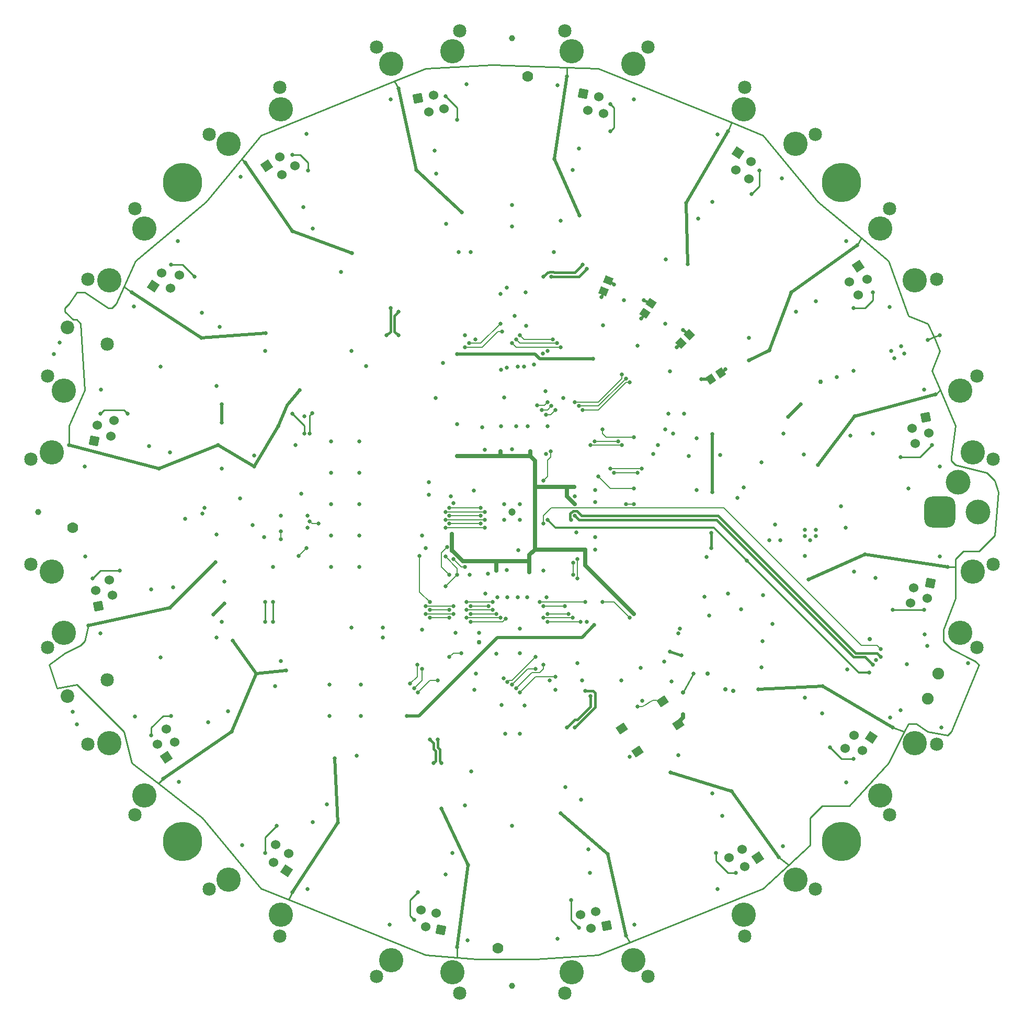
<source format=gbl>
G04 Layer_Physical_Order=4*
G04 Layer_Color=16711680*
%FSLAX25Y25*%
%MOIN*%
G70*
G01*
G75*
%ADD10C,0.01000*%
G04:AMPARAMS|DCode=22|XSize=53.15mil|YSize=47.24mil|CornerRadius=0mil|HoleSize=0mil|Usage=FLASHONLY|Rotation=146.250|XOffset=0mil|YOffset=0mil|HoleType=Round|Shape=Rectangle|*
%AMROTATEDRECTD22*
4,1,4,0.03522,0.00488,0.00897,-0.03441,-0.03522,-0.00488,-0.00897,0.03441,0.03522,0.00488,0.0*
%
%ADD22ROTATEDRECTD22*%

G04:AMPARAMS|DCode=59|XSize=53.15mil|YSize=47.24mil|CornerRadius=0mil|HoleSize=0mil|Usage=FLASHONLY|Rotation=123.750|XOffset=0mil|YOffset=0mil|HoleType=Round|Shape=Rectangle|*
%AMROTATEDRECTD59*
4,1,4,0.03441,-0.00897,-0.00488,-0.03522,-0.03441,0.00897,0.00488,0.03522,0.03441,-0.00897,0.0*
%
%ADD59ROTATEDRECTD59*%

G04:AMPARAMS|DCode=65|XSize=53.15mil|YSize=47.24mil|CornerRadius=0mil|HoleSize=0mil|Usage=FLASHONLY|Rotation=135.000|XOffset=0mil|YOffset=0mil|HoleType=Round|Shape=Rectangle|*
%AMROTATEDRECTD65*
4,1,4,0.03550,-0.00209,0.00209,-0.03550,-0.03550,0.00209,-0.00209,0.03550,0.03550,-0.00209,0.0*
%
%ADD65ROTATEDRECTD65*%

G04:AMPARAMS|DCode=66|XSize=53.15mil|YSize=47.24mil|CornerRadius=0mil|HoleSize=0mil|Usage=FLASHONLY|Rotation=157.500|XOffset=0mil|YOffset=0mil|HoleType=Round|Shape=Rectangle|*
%AMROTATEDRECTD66*
4,1,4,0.03359,0.01165,0.01551,-0.03199,-0.03359,-0.01165,-0.01551,0.03199,0.03359,0.01165,0.0*
%
%ADD66ROTATEDRECTD66*%

G04:AMPARAMS|DCode=69|XSize=39.37mil|YSize=39.37mil|CornerRadius=19.69mil|HoleSize=0mil|Usage=FLASHONLY|Rotation=270.000|XOffset=0mil|YOffset=0mil|HoleType=Round|Shape=RoundedRectangle|*
%AMROUNDEDRECTD69*
21,1,0.03937,0.00000,0,0,270.0*
21,1,0.00000,0.03937,0,0,270.0*
1,1,0.03937,0.00000,0.00000*
1,1,0.03937,0.00000,0.00000*
1,1,0.03937,0.00000,0.00000*
1,1,0.03937,0.00000,0.00000*
%
%ADD69ROUNDEDRECTD69*%
G04:AMPARAMS|DCode=79|XSize=51.18mil|YSize=61.02mil|CornerRadius=0mil|HoleSize=0mil|Usage=FLASHONLY|Rotation=123.750|XOffset=0mil|YOffset=0mil|HoleType=Round|Shape=Rectangle|*
%AMROTATEDRECTD79*
4,1,4,0.03959,-0.00433,-0.01115,-0.03823,-0.03959,0.00433,0.01115,0.03823,0.03959,-0.00433,0.0*
%
%ADD79ROTATEDRECTD79*%

%ADD99C,0.02500*%
%ADD100C,0.01500*%
%ADD102C,0.00800*%
%ADD104C,0.02000*%
%ADD106C,0.01200*%
%ADD110C,0.07500*%
%ADD111C,0.08500*%
%ADD112P,0.08485X4X146.3*%
%ADD113C,0.06000*%
%ADD114C,0.15500*%
%ADD115P,0.08485X4X168.8*%
%ADD116P,0.08485X4X191.3*%
%ADD117P,0.08485X4X213.8*%
%ADD118P,0.08485X4X236.3*%
%ADD119P,0.08485X4X258.8*%
%ADD120P,0.08485X4X281.3*%
%ADD121P,0.08485X4X303.8*%
%ADD122C,0.15748*%
G04:AMPARAMS|DCode=123|XSize=196.85mil|YSize=196.85mil|CornerRadius=49.21mil|HoleSize=0mil|Usage=FLASHONLY|Rotation=90.000|XOffset=0mil|YOffset=0mil|HoleType=Round|Shape=RoundedRectangle|*
%AMROUNDEDRECTD123*
21,1,0.19685,0.09843,0,0,90.0*
21,1,0.09843,0.19685,0,0,90.0*
1,1,0.09843,0.04921,0.04921*
1,1,0.09843,0.04921,-0.04921*
1,1,0.09843,-0.04921,-0.04921*
1,1,0.09843,-0.04921,0.04921*
%
%ADD123ROUNDEDRECTD123*%
G04:AMPARAMS|DCode=124|XSize=250mil|YSize=250mil|CornerRadius=125mil|HoleSize=0mil|Usage=FLASHONLY|Rotation=78.750|XOffset=0mil|YOffset=0mil|HoleType=Round|Shape=RoundedRectangle|*
%AMROUNDEDRECTD124*
21,1,0.25000,0.00000,0,0,78.8*
21,1,0.00000,0.25000,0,0,78.8*
1,1,0.25000,0.00000,0.00000*
1,1,0.25000,0.00000,0.00000*
1,1,0.25000,0.00000,0.00000*
1,1,0.25000,0.00000,0.00000*
%
%ADD124ROUNDEDRECTD124*%
G04:AMPARAMS|DCode=125|XSize=250mil|YSize=250mil|CornerRadius=125mil|HoleSize=0mil|Usage=FLASHONLY|Rotation=11.250|XOffset=0mil|YOffset=0mil|HoleType=Round|Shape=RoundedRectangle|*
%AMROUNDEDRECTD125*
21,1,0.25000,0.00000,0,0,11.3*
21,1,0.00000,0.25000,0,0,11.3*
1,1,0.25000,0.00000,0.00000*
1,1,0.25000,0.00000,0.00000*
1,1,0.25000,0.00000,0.00000*
1,1,0.25000,0.00000,0.00000*
%
%ADD125ROUNDEDRECTD125*%
G04:AMPARAMS|DCode=126|XSize=85mil|YSize=85mil|CornerRadius=42.5mil|HoleSize=0mil|Usage=FLASHONLY|Rotation=22.500|XOffset=0mil|YOffset=0mil|HoleType=Round|Shape=RoundedRectangle|*
%AMROUNDEDRECTD126*
21,1,0.08500,0.00000,0,0,22.5*
21,1,0.00000,0.08500,0,0,22.5*
1,1,0.08500,0.00000,0.00000*
1,1,0.08500,0.00000,0.00000*
1,1,0.08500,0.00000,0.00000*
1,1,0.08500,0.00000,0.00000*
%
%ADD126ROUNDEDRECTD126*%
G04:AMPARAMS|DCode=127|XSize=86.61mil|YSize=86.61mil|CornerRadius=43.31mil|HoleSize=0mil|Usage=FLASHONLY|Rotation=22.500|XOffset=0mil|YOffset=0mil|HoleType=Round|Shape=RoundedRectangle|*
%AMROUNDEDRECTD127*
21,1,0.08661,0.00000,0,0,22.5*
21,1,0.00000,0.08661,0,0,22.5*
1,1,0.08661,0.00000,0.00000*
1,1,0.08661,0.00000,0.00000*
1,1,0.08661,0.00000,0.00000*
1,1,0.08661,0.00000,0.00000*
%
%ADD127ROUNDEDRECTD127*%
G04:AMPARAMS|DCode=128|XSize=85mil|YSize=85mil|CornerRadius=42.5mil|HoleSize=0mil|Usage=FLASHONLY|Rotation=337.500|XOffset=0mil|YOffset=0mil|HoleType=Round|Shape=RoundedRectangle|*
%AMROUNDEDRECTD128*
21,1,0.08500,0.00000,0,0,337.5*
21,1,0.00000,0.08500,0,0,337.5*
1,1,0.08500,0.00000,0.00000*
1,1,0.08500,0.00000,0.00000*
1,1,0.08500,0.00000,0.00000*
1,1,0.08500,0.00000,0.00000*
%
%ADD128ROUNDEDRECTD128*%
G04:AMPARAMS|DCode=129|XSize=86.61mil|YSize=86.61mil|CornerRadius=43.31mil|HoleSize=0mil|Usage=FLASHONLY|Rotation=337.500|XOffset=0mil|YOffset=0mil|HoleType=Round|Shape=RoundedRectangle|*
%AMROUNDEDRECTD129*
21,1,0.08661,0.00000,0,0,337.5*
21,1,0.00000,0.08661,0,0,337.5*
1,1,0.08661,0.00000,0.00000*
1,1,0.08661,0.00000,0.00000*
1,1,0.08661,0.00000,0.00000*
1,1,0.08661,0.00000,0.00000*
%
%ADD129ROUNDEDRECTD129*%
%ADD130C,0.02800*%
%ADD131C,0.02500*%
%ADD132C,0.03000*%
%ADD133C,0.07000*%
%ADD134C,0.04724*%
D10*
X109000Y-115000D02*
X115500Y-103000D01*
X269000Y111500D02*
X272500Y112500D01*
X-157500Y-70000D02*
Y-57500D01*
X-247500Y65000D02*
X-245000Y62500D01*
X-260000Y65000D02*
X-247500D01*
X-262500Y62500D02*
X-260000Y65000D01*
X-210000Y157500D02*
X-202500Y150000D01*
X-217500Y157500D02*
X-210000D01*
X-130000Y217500D02*
Y222500D01*
X-135000Y227500D02*
X-130000Y222500D01*
X-140000Y227500D02*
X-135000D01*
X-35000Y250000D02*
Y257500D01*
X-42500Y265000D02*
X-35000Y257500D01*
X62500Y242500D02*
X65000Y245000D01*
Y257500D01*
X62500Y260000D02*
X65000Y257500D01*
X152500Y202500D02*
X157500Y207500D01*
Y217500D01*
X217500Y130000D02*
X225000D01*
X230000Y135000D01*
Y140000D01*
X247500Y35000D02*
X260000D01*
X267500Y42500D01*
X-140000Y62500D02*
X-132500Y55000D01*
Y50000D02*
Y55000D01*
X-152500Y-70000D02*
Y-57500D01*
X-65000Y-247500D02*
X-60000Y-242500D01*
X-65000Y-257500D02*
Y-247500D01*
Y-257500D02*
X-62500Y-260000D01*
X-157500Y-207500D02*
X-150000Y-200000D01*
X-157500Y-217500D02*
Y-207500D01*
X-222500Y-130000D02*
X-217500D01*
X-230000Y-137500D02*
X-222500Y-130000D01*
X-230000Y-142500D02*
Y-137500D01*
X-262500Y-37500D02*
X-250000D01*
X-267500Y-42500D02*
X-262500Y-37500D01*
X37500Y-260000D02*
X42500Y-265000D01*
X37500Y-260000D02*
Y-247500D01*
X130000Y-222500D02*
Y-217500D01*
Y-222500D02*
X137500Y-230000D01*
X142500D01*
X202500Y-150000D02*
X210000Y-157500D01*
X217500D01*
X242500Y-62500D02*
X262500D01*
X-129000Y50000D02*
Y61500D01*
X-127500Y63000D01*
X265000Y109500D02*
X269000Y111500D01*
X265000Y120000D02*
X269000Y111500D01*
X272500Y102500D01*
X267500Y90000D02*
X272500Y102500D01*
X280000Y35000D02*
X282500Y55000D01*
X280000Y32500D02*
Y35000D01*
Y32500D02*
X282500Y30000D01*
X302500Y25000D01*
X307500Y20000D01*
X310000Y12500D01*
X307500Y-15000D02*
X310000Y12500D01*
X297500Y-25000D02*
X307500Y-15000D01*
X287500Y-25000D02*
X297500D01*
X282500Y-30000D02*
X287500Y-25000D01*
X275000Y-75000D02*
X282500Y-55000D01*
X275000Y-82500D02*
Y-75000D01*
Y-82500D02*
X280000Y-87500D01*
X295000Y-95000D01*
X297500Y-97500D01*
X280000Y-140000D02*
X297500Y-97500D01*
X277500Y-142500D02*
X280000Y-140000D01*
X265000D02*
X277500Y-142500D01*
X257500Y-135000D02*
X265000Y-140000D01*
X252500Y-135000D02*
X257500D01*
X215000Y-187500D02*
X240000Y-160000D01*
X197500Y-187500D02*
X215000D01*
X190000Y-195000D02*
X197500Y-187500D01*
X190000Y-212500D02*
Y-195000D01*
X15000Y-285000D02*
X55000Y-282500D01*
X-22500Y-285000D02*
X15000D01*
X-197500Y-195000D02*
X-160000Y-240000D01*
X-225538Y-173192D02*
X-197500Y-195000D01*
X-282500Y55000D02*
X-272500Y77500D01*
X-275000Y120000D02*
X-272500Y77500D01*
X-277500Y122500D02*
X-275000Y120000D01*
X-279898Y122602D02*
X-277500Y122500D01*
X-285000Y127500D02*
X-279898Y122602D01*
X-285000Y127500D02*
Y130000D01*
X-282500Y132500D01*
X-277500Y140000D01*
X-272500D01*
X-257500Y130000D01*
X-255000D01*
X-252500Y132500D01*
X-240000Y160000D02*
X-195000Y197500D01*
X-55000Y282500D02*
X-12500Y285000D01*
X160000Y240000D02*
X195000Y197500D01*
X240000Y160000D02*
X252500Y125000D01*
X265000Y120000D01*
X-282500Y42500D02*
Y55000D01*
X-242500Y-160000D02*
X-225538Y-173192D01*
X-247500Y-140000D02*
X-242500Y-160000D01*
X-277500Y-110000D02*
X-247500Y-140000D01*
X-290000Y-112500D02*
X-277500Y-110000D01*
X-295000Y-97500D02*
X-290000Y-112500D01*
X-295000Y-97500D02*
X-285000Y-90000D01*
X-275000Y-85000D01*
X-272500Y-82500D01*
X-270000Y-72500D01*
X-225538Y-173192D02*
X-222500Y-170000D01*
X-142500Y-247083D02*
X-140000Y-242500D01*
X-160000Y-240000D02*
X-142500Y-247083D01*
X-55000Y-282500D01*
X-35000Y-284038D02*
Y-277500D01*
X-55000Y-282500D02*
X-35000Y-284038D01*
X-22500Y-285000D01*
X72500Y-270000D02*
X75000Y-274405D01*
X55000Y-282500D02*
X75000Y-274405D01*
X160000Y-240000D01*
X170000Y-220000D02*
X176364Y-225000D01*
X160000Y-240000D02*
X176364Y-225000D01*
X190000Y-212500D01*
X242500Y-137500D02*
X250000Y-140000D01*
X240000Y-160000D02*
X250000Y-140000D01*
X252500Y-135000D01*
X277500Y-35000D02*
X282500D01*
Y-55000D02*
Y-35000D01*
Y-30000D01*
X270000Y75000D02*
X272857Y77500D01*
X282500Y55000D01*
X267500Y90000D02*
X272857Y77500D01*
X220000Y170000D02*
X222500Y174583D01*
X195000Y197500D02*
X222500Y174583D01*
X240000Y160000D01*
X137500Y242500D02*
X140000Y248095D01*
X55000Y282500D02*
X140000Y248095D01*
X160000Y240000D01*
X35000Y277500D02*
Y283241D01*
X-12500Y285000D02*
X35000Y283241D01*
X55000Y282500D01*
X-75000Y274405D02*
X-72500Y270000D01*
X-160000Y240000D02*
X-75000Y274405D01*
X-55000Y282500D01*
X-172412Y224928D02*
X-170000Y222500D01*
X-195000Y197500D02*
X-172412Y224928D01*
X-160000Y240000D01*
X-247500Y143500D02*
X-242500Y140000D01*
X-252500Y132500D02*
X-247500Y143500D01*
X-240000Y160000D01*
D22*
X84534Y126514D02*
D03*
X88690Y132734D02*
D03*
D59*
X126514Y84534D02*
D03*
X132734Y88690D02*
D03*
D65*
X107591Y107591D02*
D03*
X112881Y112881D02*
D03*
D66*
X58228Y140575D02*
D03*
X61091Y147486D02*
D03*
D69*
X0Y302000D02*
D03*
X-302000Y0D02*
D03*
X0Y-302000D02*
D03*
D79*
X69902Y-138136D02*
D03*
X95927Y-120747D02*
D03*
X79745Y-152867D02*
D03*
X105770Y-135478D02*
D03*
D99*
X109000Y-131000D02*
Y-129000D01*
X105770Y-134230D02*
X109000Y-131000D01*
X105770Y-135478D02*
Y-134230D01*
Y-135478D02*
X107221Y-133000D01*
X-38500Y-14000D02*
X-38300Y-14200D01*
Y-24750D02*
Y-14200D01*
X-38250Y-24750D02*
X-38225D01*
X-31475Y-31500D01*
X-10000D02*
X11000D01*
X-10000Y-37500D02*
Y-31500D01*
X-31475D02*
X-10000D01*
X0Y35500D02*
X11500D01*
X-7500D02*
X0D01*
X-35000D02*
X-7500D01*
Y38500D01*
X11500Y35500D02*
Y38500D01*
Y35500D02*
X14500Y32500D01*
Y16000D02*
Y32500D01*
Y-24000D02*
Y16000D01*
X11000Y-31500D02*
Y-27500D01*
Y-38500D02*
Y-31500D01*
Y-27500D02*
X14500Y-24000D01*
X36000D01*
X46500D01*
Y-34000D02*
Y-24000D01*
Y-34000D02*
X77500Y-65000D01*
X35000Y10000D02*
Y16000D01*
Y10000D02*
X40000Y5000D01*
X14500Y16000D02*
X35000D01*
X39500D01*
D100*
X57000Y137000D02*
X58228Y140575D01*
X61091Y147486D02*
X65000Y145000D01*
X82361Y123361D02*
X84534Y126514D01*
X84000Y135000D02*
X88690Y132734D01*
X105000Y105000D02*
X107591Y107591D01*
X109000Y116000D02*
X112881Y112881D01*
X132734Y88690D02*
X136000Y91000D01*
X127000Y-23000D02*
Y-13500D01*
X100500Y-89000D02*
X108000Y-91500D01*
X-52500Y-145000D02*
X-50000Y-147500D01*
X-47500Y-150215D02*
Y-145000D01*
Y-150215D02*
X-46250Y-151464D01*
X-50000Y-151250D02*
Y-147500D01*
Y-151250D02*
X-48750Y-152500D01*
Y-158750D02*
Y-152500D01*
X-50000Y-160000D02*
X-48750Y-158750D01*
X-46250D02*
Y-151464D01*
Y-158750D02*
X-45000Y-160000D01*
X217715Y-92500D02*
X225000D01*
X230000Y-97500D01*
X130215Y-5000D02*
X217715Y-92500D01*
X232500Y-90000D02*
X235000Y-92500D01*
X218750Y-90000D02*
X232500D01*
X131250Y-2500D02*
X218750Y-90000D01*
X40000Y-2500D02*
X42500Y-5000D01*
X37000Y-4500D02*
X37500Y-5000D01*
X37000Y-4500D02*
Y-1257D01*
X41243Y500D02*
X44243Y-2500D01*
X131250D01*
X37000Y-1257D02*
X38757Y500D01*
X41243D01*
X42500Y-5000D02*
X130215D01*
X-75000Y115000D02*
X-72500Y112500D01*
X-75000Y115000D02*
Y125000D01*
X-80000Y112500D02*
X-77500Y115000D01*
Y130000D01*
X-75000Y125000D02*
X-72500Y127500D01*
X42500Y150000D02*
X47500Y155000D01*
X25000Y150000D02*
X42500D01*
X20000D02*
X22500Y152500D01*
X40000D02*
X45000Y157500D01*
X22500Y152500D02*
X23257D01*
X23757Y153000D01*
X26243D01*
X26743Y152500D01*
X40000D01*
X46464Y-113964D02*
X51464D01*
X53000Y-115500D01*
X50000Y-123965D02*
Y-117500D01*
X41464Y-132500D02*
X50000Y-123965D01*
X40000Y-132500D02*
X41464D01*
X35000Y-137500D02*
X40000Y-132500D01*
Y-137500D02*
X53000Y-124500D01*
Y-115500D01*
D102*
X-55000Y-60000D02*
X-37500D01*
X20000D02*
X33500D01*
X-52500Y-67500D02*
X-40000D01*
X20000D02*
X38500D01*
X22500Y-65000D02*
X36000D01*
X-52500Y-62500D02*
X-40000D01*
X-55000Y-65000D02*
X-37500D01*
X80000Y-124000D02*
X83000D01*
X85000Y-123000D01*
X88000Y-121000D01*
X90000Y-120000D01*
X91000D01*
X95927Y-120747D01*
X-42500Y-47500D02*
X-35000Y-40000D01*
X-45000Y-35000D02*
Y-26000D01*
Y-35000D02*
X-40000Y-40000D01*
X-52500Y-107500D02*
X-47500D01*
X-60000Y-115000D02*
X-52500Y-107500D01*
X-65000Y-109500D02*
X-60500Y-105000D01*
Y-97500D01*
X-59000Y-51000D02*
X-52500Y-57500D01*
X-59000Y-51000D02*
Y-28000D01*
X-45000Y-26000D02*
X-41500Y-22500D01*
X-62500Y-112500D02*
X-57500Y-107500D01*
Y-100000D01*
X-37500Y-90000D02*
X-32500D01*
X-40000Y-92500D02*
X-37500Y-90000D01*
X57500Y-57500D02*
X65000D01*
X-6000Y-70000D02*
X-4000Y-68000D01*
X-26500Y-70000D02*
X-6000D01*
X22500D02*
X43500D01*
X17500Y-57500D02*
X46500D01*
X-26500Y-60000D02*
X-14976D01*
X-26500Y-65000D02*
X-10000D01*
X-29000Y-67500D02*
X-7500D01*
X-29000Y-62500D02*
X-12500D01*
X-29000Y-57500D02*
X-12500D01*
X-35000Y-40000D02*
Y-36000D01*
X-42500Y-28500D02*
X-35000Y-36000D01*
X-37500Y-30000D02*
X-32500Y-35000D01*
X7500Y110000D02*
X26000D01*
X5000Y107500D02*
X28500D01*
X2500Y105000D02*
X31000D01*
X-3083Y-108417D02*
Y-108083D01*
X-2500Y-107500D01*
X0D02*
X15000Y-92500D01*
X-2500Y-107500D02*
X0D01*
Y-110000D02*
X10000Y-100000D01*
X-9000Y115000D02*
X-6500D01*
X-19000Y105000D02*
X-9000Y115000D01*
X-30000Y105000D02*
X-19000D01*
X41500Y-42500D02*
Y-30000D01*
X39000Y-40000D02*
Y-32500D01*
X72500Y5000D02*
X77500D01*
X65000Y25000D02*
X80000D01*
X62500Y27500D02*
X82500D01*
X232500Y-85000D02*
X235000Y-87500D01*
X222500Y-85000D02*
X232500D01*
X135000Y2500D02*
X222500Y-85000D01*
X-27500Y107500D02*
X-20000D01*
X-7500Y120000D01*
X5000Y112500D02*
X7500Y110000D01*
X2500D02*
X5000Y107500D01*
X0D02*
X2500Y105000D01*
Y-112500D02*
X12500Y-102500D01*
X5000Y-115000D02*
X15000Y-105000D01*
X10000Y-100000D02*
X15000D01*
X20000D02*
Y-97500D01*
X17500Y-102500D02*
X20000Y-100000D01*
X12500Y-102500D02*
X17500D01*
X52500Y45000D02*
X67500D01*
X50000Y42500D02*
X70000D01*
X60000Y47500D02*
X77500D01*
X20000Y20000D02*
X22500Y22500D01*
X57500Y50000D02*
X60000Y47500D01*
X57500Y50000D02*
Y52500D01*
X55000Y22500D02*
X62500Y15000D01*
X77500D01*
X15000Y-105000D02*
X27500D01*
X65000Y-57500D02*
X75000Y-67500D01*
X-136000Y-28000D02*
X-131000Y-23000D01*
X-129000Y-6000D02*
X-127500Y-7500D01*
X-123500D01*
X-40000Y2500D02*
X-20000D01*
X-42500Y0D02*
X-17500D01*
X-147500Y-17500D02*
Y-12500D01*
X-40000Y-2500D02*
X-20000D01*
X-42500Y-5000D02*
X-17500D01*
X-42500Y-10000D02*
X-17500D01*
X-40000Y-7500D02*
X-20000D01*
X-32500Y-35000D02*
X-30000D01*
X25000Y2500D02*
X135000D01*
X20000Y-7500D02*
Y-2500D01*
X22500Y22500D02*
Y33000D01*
X24500Y35000D01*
Y38500D01*
X16000Y68000D02*
X20500D01*
X22500Y70000D01*
X19000Y65000D02*
X22500D01*
X25000Y67500D01*
X21500Y62000D02*
X24500D01*
X27500Y65000D01*
X42500Y67500D02*
X55000D01*
X72500Y85000D01*
X40000Y70000D02*
X55000D01*
X70000Y85000D01*
Y87500D01*
X72500Y82500D02*
X75000D01*
X55000Y65000D02*
X72500Y82500D01*
X45000Y65000D02*
X55000D01*
X20000Y-2500D02*
X25000Y2500D01*
D104*
X120500Y84500D02*
X126514Y84534D01*
X-67000Y-130000D02*
X-59500D01*
X-9500Y-80000D01*
X44500D01*
X52250Y-72250D01*
X-190500Y-65500D02*
X-183500Y-58500D01*
X-282500Y42500D02*
X-225000Y27500D01*
X-187500Y42500D01*
X-242500Y140000D02*
X-198000Y111000D01*
X-157000Y114000D01*
X-170000Y222500D02*
X-140000Y179000D01*
X-102000Y165000D01*
X-72500Y270000D02*
X-61000Y218000D01*
X-32000Y191000D01*
X27000Y225000D02*
X35000Y277500D01*
X27000Y225000D02*
X43000Y189000D01*
X111000Y197000D02*
X137500Y242500D01*
X111000Y197000D02*
X112000Y158000D01*
X178000Y140000D02*
X220000Y170000D01*
X164000Y103000D02*
X178000Y140000D01*
X218166Y61000D02*
X270000Y75000D01*
X195000Y30000D02*
X218166Y61000D01*
X225000Y-27000D02*
X277500Y-35000D01*
X189000Y-43000D02*
X225000Y-27000D01*
X198000Y-111000D02*
X242500Y-137500D01*
X157000Y-113000D02*
X198000Y-111000D01*
X140000Y-178000D02*
X170000Y-220000D01*
X101000Y-166000D02*
X140000Y-178000D01*
X61000Y-218000D02*
X72500Y-270000D01*
X31000Y-192000D02*
X61000Y-218000D01*
X-140000Y-242500D02*
X-111000Y-198000D01*
X-113000Y-157000D02*
X-111000Y-198000D01*
X-35000Y-277500D02*
X-28106Y-225106D01*
X-45000Y-189000D02*
X-28106Y-225106D01*
X-222500Y-170000D02*
X-178698Y-140000D01*
X-163000Y-103000D01*
X-270000Y-72500D02*
X-218000Y-61000D01*
X-189000Y-32000D01*
X-163000Y-103000D02*
X-144000Y-101000D01*
X-178000Y-82000D02*
X-163000Y-103000D01*
X151000Y96500D02*
X164000Y103000D01*
X-187500Y42500D02*
X-164500Y28760D01*
X-149000Y54500D01*
X-143500Y68000D01*
X-135500Y77500D01*
X-185000Y57000D02*
Y68500D01*
X176000Y60500D02*
X184000Y68500D01*
X-35000Y100500D02*
X14500D01*
X17500Y97500D01*
X51500D01*
X127500Y12500D02*
Y49500D01*
D106*
X221000Y-102500D02*
X227600D01*
X128500Y-10000D02*
X221000Y-102500D01*
X27500Y-10000D02*
X128500D01*
X22500Y-5000D02*
X27500Y-10000D01*
D110*
X271603Y-103127D02*
D03*
X264974Y-119131D02*
D03*
D111*
X-306648Y-33459D02*
D03*
X-296110Y-86437D02*
D03*
X-270502Y-148261D02*
D03*
X-240492Y-193174D02*
D03*
X-193174Y-240492D02*
D03*
X-148261Y-270502D02*
D03*
X-86437Y-296110D02*
D03*
X-33459Y-306648D02*
D03*
X33459Y-306648D02*
D03*
X86437Y-296110D02*
D03*
X148261Y-270502D02*
D03*
X193174Y-240492D02*
D03*
X240492Y-193174D02*
D03*
X270502Y-148261D02*
D03*
X296110Y-86437D02*
D03*
X306648Y-33459D02*
D03*
X193174Y240492D02*
D03*
X148261Y270502D02*
D03*
X270502Y148261D02*
D03*
X240492Y193174D02*
D03*
X306648Y33459D02*
D03*
X296110Y86437D02*
D03*
X-296110Y86437D02*
D03*
X-306648Y33459D02*
D03*
X-240492Y193174D02*
D03*
X-270502Y148261D02*
D03*
X-148262Y270502D02*
D03*
X-193175Y240492D02*
D03*
X-33459Y306648D02*
D03*
X-86437Y296110D02*
D03*
X86437Y296110D02*
D03*
X33459Y306648D02*
D03*
D112*
X-263619Y-60084D02*
D03*
X263619Y60084D02*
D03*
D113*
X-254787Y-53229D02*
D03*
X-265570Y-50276D02*
D03*
X-256738Y-43421D02*
D03*
X-215022Y-146680D02*
D03*
X-226115Y-148078D02*
D03*
X-220578Y-138365D02*
D03*
X-142523Y-217800D02*
D03*
X-152236Y-223337D02*
D03*
X-150837Y-212245D02*
D03*
X-48325Y-255762D02*
D03*
X-55180Y-264595D02*
D03*
X-58133Y-253811D02*
D03*
X53229Y-254787D02*
D03*
X50276Y-265570D02*
D03*
X43421Y-256738D02*
D03*
X146680Y-215022D02*
D03*
X148078Y-226115D02*
D03*
X138365Y-220578D02*
D03*
X217800Y-142523D02*
D03*
X223337Y-152236D02*
D03*
X212245Y-150837D02*
D03*
X255762Y-48325D02*
D03*
X264595Y-55180D02*
D03*
X253811Y-58133D02*
D03*
X142523Y217800D02*
D03*
X152236Y223337D02*
D03*
X150837Y212245D02*
D03*
X215022Y146680D02*
D03*
X226115Y148078D02*
D03*
X220578Y138365D02*
D03*
X254787Y53229D02*
D03*
X265570Y50276D02*
D03*
X256738Y43421D02*
D03*
X-255762Y48325D02*
D03*
X-264595Y55180D02*
D03*
X-253811Y58133D02*
D03*
X-217800Y142523D02*
D03*
X-223337Y152236D02*
D03*
X-212245Y150837D02*
D03*
X-146681Y215022D02*
D03*
X-148079Y226115D02*
D03*
X-138366Y220578D02*
D03*
X-53229Y254787D02*
D03*
X-50276Y265570D02*
D03*
X-43421Y256738D02*
D03*
X48325Y255762D02*
D03*
X55180Y264595D02*
D03*
X58133Y253811D02*
D03*
D114*
X-293504Y-37990D02*
D03*
X-285700Y-77221D02*
D03*
X-256624Y-147417D02*
D03*
X-234401Y-180676D02*
D03*
X-180676Y-234401D02*
D03*
X-147417Y-256624D02*
D03*
X-77221Y-285700D02*
D03*
X-37990Y-293504D02*
D03*
X37990D02*
D03*
X77221Y-285700D02*
D03*
X147417Y-256624D02*
D03*
X180676Y-234401D02*
D03*
X234401Y-180676D02*
D03*
X256624Y-147417D02*
D03*
X285700Y-77221D02*
D03*
X293504Y-37990D02*
D03*
X180676Y234401D02*
D03*
X147417Y256624D02*
D03*
X256624Y147417D02*
D03*
X234401Y180676D02*
D03*
X293504Y37990D02*
D03*
X285700Y77221D02*
D03*
X-285700Y77221D02*
D03*
X-293504Y37990D02*
D03*
X-234401Y180676D02*
D03*
X-256624Y147417D02*
D03*
X-147418Y256624D02*
D03*
X-180677Y234401D02*
D03*
X-37990Y293504D02*
D03*
X-77221Y285700D02*
D03*
X77221Y285700D02*
D03*
X37990Y293504D02*
D03*
D115*
X-220559Y-156393D02*
D03*
X220559Y156393D02*
D03*
D116*
X-143921Y-228893D02*
D03*
X143921Y228893D02*
D03*
D117*
X-45372Y-266546D02*
D03*
X45372Y266546D02*
D03*
D118*
X60084Y-263619D02*
D03*
X-60084Y263619D02*
D03*
D119*
X156393Y-220559D02*
D03*
X-156394Y220559D02*
D03*
D120*
X228893Y-143921D02*
D03*
X-228893Y143921D02*
D03*
D121*
X266546Y-45372D02*
D03*
X-266546Y45372D02*
D03*
D122*
X284205Y18898D02*
D03*
X297000Y0D02*
D03*
D123*
X272394Y0D02*
D03*
D124*
X210000Y210000D02*
D03*
Y-210000D02*
D03*
X-210000D02*
D03*
D125*
Y210000D02*
D03*
D126*
X-258001Y-107001D02*
D03*
D127*
X-283463Y-117547D02*
D03*
D128*
X-258000Y107000D02*
D03*
D129*
X-283461Y117546D02*
D03*
D130*
X141000Y-114000D02*
D03*
X109000Y-115000D02*
D03*
X136000Y-113000D02*
D03*
X124500Y-103000D02*
D03*
X228000Y-81000D02*
D03*
D131*
X109000Y-129000D02*
D03*
X115500Y-103000D02*
D03*
X27500Y-113500D02*
D03*
X-23000Y-103000D02*
D03*
X-38500Y-14000D02*
D03*
X-38250Y-24750D02*
D03*
X33500Y-60000D02*
D03*
X38500Y-67500D02*
D03*
X36000Y-65000D02*
D03*
X22000Y-54500D02*
D03*
X-3500Y-37000D02*
D03*
X-15500Y-39500D02*
D03*
X173000Y50000D02*
D03*
X57000Y137000D02*
D03*
X65000Y145000D02*
D03*
X82361Y123361D02*
D03*
X84000Y135000D02*
D03*
X105000Y105000D02*
D03*
X109000Y116000D02*
D03*
X136000Y91000D02*
D03*
X80000Y-124000D02*
D03*
X69500Y-107500D02*
D03*
X82000Y-99500D02*
D03*
X83000Y-120500D02*
D03*
X-42500Y-47500D02*
D03*
X-40000Y-40000D02*
D03*
X-67000Y-130000D02*
D03*
X52250Y-72250D02*
D03*
X-96500Y-130000D02*
D03*
X-116500D02*
D03*
X-96500Y-110000D02*
D03*
X-116500D02*
D03*
X-65000Y-109500D02*
D03*
X-60500Y-97500D02*
D03*
X-52500Y-57500D02*
D03*
Y-67500D02*
D03*
Y-62500D02*
D03*
X-55000Y-65000D02*
D03*
Y-60000D02*
D03*
X-59000Y-28000D02*
D03*
X-55000Y-23000D02*
D03*
X-41500Y-22500D02*
D03*
X-62500Y-112500D02*
D03*
X-57500Y-100000D02*
D03*
X-60000Y-115000D02*
D03*
X-47500Y-107500D02*
D03*
X-32500Y-90000D02*
D03*
X-40000Y-92500D02*
D03*
X57500Y-57500D02*
D03*
X272500Y112500D02*
D03*
X-4000Y-68000D02*
D03*
X-7500Y139000D02*
D03*
X-3500Y143000D02*
D03*
X232000Y-94500D02*
D03*
X5000Y-74500D02*
D03*
X43500Y-70000D02*
D03*
X46500Y-57500D02*
D03*
X-26500Y-60000D02*
D03*
Y-65000D02*
D03*
Y-70000D02*
D03*
X-29000Y-67500D02*
D03*
Y-62500D02*
D03*
Y-57500D02*
D03*
X-37500Y5500D02*
D03*
Y-30000D02*
D03*
X-42500Y-28500D02*
D03*
X-3500Y92000D02*
D03*
X26000Y110000D02*
D03*
X28500Y107500D02*
D03*
X31000Y105000D02*
D03*
X-3083Y-108417D02*
D03*
X0Y-110000D02*
D03*
X-5500Y-106000D02*
D03*
X-23500Y110000D02*
D03*
X-6500Y115000D02*
D03*
X-208602Y-4398D02*
D03*
X-188543Y-14457D02*
D03*
X-30000Y112500D02*
D03*
X0Y35500D02*
D03*
X-7500Y38500D02*
D03*
X11500D02*
D03*
X-35000Y35500D02*
D03*
X-10000Y-37500D02*
D03*
X11000Y-38500D02*
D03*
X36000Y-24000D02*
D03*
X3937Y-24563D02*
D03*
X46500Y-24000D02*
D03*
X77500Y-65000D02*
D03*
X-157500Y-70000D02*
D03*
Y-57500D02*
D03*
X-183500Y-58500D02*
D03*
X-190500Y-65500D02*
D03*
X41500Y-42500D02*
D03*
X39000Y-40000D02*
D03*
X41500Y-30000D02*
D03*
X39000Y-32500D02*
D03*
X122500Y-54000D02*
D03*
X127000Y-23000D02*
D03*
Y-13500D02*
D03*
X100500Y-89000D02*
D03*
X108000Y-91500D02*
D03*
X149500Y-31000D02*
D03*
X209500Y3500D02*
D03*
X-40000Y-67500D02*
D03*
Y-62500D02*
D03*
X-37500Y-60000D02*
D03*
Y-65000D02*
D03*
X22500Y-70000D02*
D03*
X47500D02*
D03*
X20000Y-67500D02*
D03*
X22500Y-65000D02*
D03*
X17500Y-57500D02*
D03*
X20000Y-60000D02*
D03*
X72500Y5000D02*
D03*
X77500D02*
D03*
Y15000D02*
D03*
X80000Y25000D02*
D03*
X82500Y27500D02*
D03*
X93000Y42500D02*
D03*
X-47500Y-145000D02*
D03*
X-52500D02*
D03*
X-50000Y-160000D02*
D03*
X-45000D02*
D03*
X22500Y102500D02*
D03*
X14000Y94000D02*
D03*
X0Y40000D02*
D03*
X41000Y-13000D02*
D03*
X20000Y-37500D02*
D03*
X-245000Y62500D02*
D03*
X-262500D02*
D03*
X-202500Y150000D02*
D03*
X-217500Y157500D02*
D03*
X-130000Y217500D02*
D03*
X-140000Y227500D02*
D03*
X-35000Y250000D02*
D03*
X-42500Y265000D02*
D03*
X62500Y242500D02*
D03*
Y260000D02*
D03*
X152500Y202500D02*
D03*
X157500Y217500D02*
D03*
X217500Y130000D02*
D03*
X230000Y140000D02*
D03*
X247500Y35000D02*
D03*
X267500Y42500D02*
D03*
X-140000Y62500D02*
D03*
X-132500Y50000D02*
D03*
X-152500Y-70000D02*
D03*
Y-57500D02*
D03*
X-60000Y-242500D02*
D03*
X-62500Y-260000D02*
D03*
X-150000Y-200000D02*
D03*
X-157500Y-217500D02*
D03*
X-217500Y-130000D02*
D03*
X-230000Y-142500D02*
D03*
X-250000Y-37500D02*
D03*
X-267500Y-42500D02*
D03*
X42500Y-265000D02*
D03*
X130000Y-217500D02*
D03*
X142500Y-230000D02*
D03*
X202500Y-150000D02*
D03*
X217500Y-157500D02*
D03*
X235000Y-87500D02*
D03*
Y-92500D02*
D03*
X227600Y-102500D02*
D03*
X230000Y-97500D02*
D03*
X242500Y-62500D02*
D03*
X262500D02*
D03*
X37500Y-247500D02*
D03*
X-27500Y107500D02*
D03*
X5000Y112500D02*
D03*
X2500Y110000D02*
D03*
X0Y107500D02*
D03*
X-7500Y120000D02*
D03*
X-30000Y105000D02*
D03*
X2500Y-112500D02*
D03*
X5000Y-115000D02*
D03*
X15000Y-92500D02*
D03*
Y-100000D02*
D03*
X20000Y-97500D02*
D03*
X67500Y45000D02*
D03*
X70000Y42500D02*
D03*
X77500Y47500D02*
D03*
X20000Y20000D02*
D03*
X-5000Y-5000D02*
D03*
X5000D02*
D03*
Y5000D02*
D03*
X-5000D02*
D03*
X57500Y52500D02*
D03*
X50000Y42500D02*
D03*
X55000Y22500D02*
D03*
X52500Y45000D02*
D03*
X27500Y-105000D02*
D03*
X75000Y-67500D02*
D03*
X-12500Y-57500D02*
D03*
X-14976Y-60000D02*
D03*
X-136000Y-28000D02*
D03*
X-131000Y-23000D02*
D03*
X-129000Y-6000D02*
D03*
X-123500Y-7500D02*
D03*
X-42500Y0D02*
D03*
X-40000Y2500D02*
D03*
X-20000D02*
D03*
X-17500Y0D02*
D03*
X-12500Y-62500D02*
D03*
X-10000Y-65000D02*
D03*
X-7500Y-67500D02*
D03*
X-147500Y-12500D02*
D03*
Y-17500D02*
D03*
X-40000Y-2500D02*
D03*
X-42500Y-5000D02*
D03*
X-20000Y-2500D02*
D03*
X-17500Y-5000D02*
D03*
X-35000Y-40000D02*
D03*
X-20000Y-7500D02*
D03*
X-17500Y-10000D02*
D03*
X-40000Y-7500D02*
D03*
X-42500Y-10000D02*
D03*
X-30000Y-35000D02*
D03*
X20000Y-7500D02*
D03*
X22500Y-5000D02*
D03*
X37500D02*
D03*
X40000Y-2500D02*
D03*
X-72500Y112500D02*
D03*
X-80000D02*
D03*
X-72500Y127500D02*
D03*
X-77500Y130000D02*
D03*
X45000Y157500D02*
D03*
X47500Y155000D02*
D03*
X20000Y150000D02*
D03*
X25000D02*
D03*
X50000Y-117500D02*
D03*
X46464Y-113964D02*
D03*
X35000Y-137500D02*
D03*
X40000D02*
D03*
X-17500Y39500D02*
D03*
X-39000Y10000D02*
D03*
X-27000Y-40000D02*
D03*
X32500Y72500D02*
D03*
X-197500Y-984D02*
D03*
X-147500Y-2500D02*
D03*
X-82500Y-80000D02*
D03*
X-57500Y-75000D02*
D03*
X-36250Y-76949D02*
D03*
X-10000Y-90551D02*
D03*
X5000Y-90000D02*
D03*
X112500Y35571D02*
D03*
X97500Y120000D02*
D03*
X71069Y134822D02*
D03*
X160000Y-53073D02*
D03*
X-17000Y-52000D02*
D03*
X-9500Y-54500D02*
D03*
X-3000D02*
D03*
X3500D02*
D03*
X9500D02*
D03*
X-21000Y-77000D02*
D03*
X24000Y-107500D02*
D03*
X44500D02*
D03*
X41500Y-96500D02*
D03*
X-24000Y-113500D02*
D03*
X-6890Y-123110D02*
D03*
X-4500Y-141500D02*
D03*
X5000D02*
D03*
X8000Y-123500D02*
D03*
X-26250Y-165551D02*
D03*
X0Y-200000D02*
D03*
X-30000Y-187000D02*
D03*
X-38000Y-217500D02*
D03*
X-42529Y-230959D02*
D03*
X-78000Y-263000D02*
D03*
X-28500Y-273000D02*
D03*
X33750Y-175551D02*
D03*
X44000Y-183500D02*
D03*
X48500Y-215000D02*
D03*
X49478Y-230077D02*
D03*
X29000Y-272000D02*
D03*
X78000Y-263000D02*
D03*
X131000Y-240500D02*
D03*
X172500Y-213000D02*
D03*
X134000Y-193749D02*
D03*
X127500Y-179500D02*
D03*
X106000Y-155000D02*
D03*
X159000Y-99000D02*
D03*
X186500Y-28000D02*
D03*
X186000Y36500D02*
D03*
X151000Y111000D02*
D03*
X98000Y161000D02*
D03*
X31000Y185500D02*
D03*
X-42000Y183500D02*
D03*
X-109000Y153000D02*
D03*
X-157500Y102500D02*
D03*
X-185000Y27500D02*
D03*
X-183500Y-44500D02*
D03*
X-151000Y-111000D02*
D03*
X-99000Y-155500D02*
D03*
X-118000Y-186500D02*
D03*
X-181000Y-127000D02*
D03*
X-216000Y-48000D02*
D03*
X-218000Y38000D02*
D03*
X-186500Y118000D02*
D03*
X-127000Y180500D02*
D03*
X-48500Y215500D02*
D03*
X38500Y218000D02*
D03*
X118500Y187000D02*
D03*
X181000Y127500D02*
D03*
X215500Y48500D02*
D03*
X218000Y-38000D02*
D03*
X186500Y-118500D02*
D03*
X197500Y-128386D02*
D03*
X231564Y-42000D02*
D03*
X230000Y49865D02*
D03*
X193500Y134373D02*
D03*
X127500Y197592D02*
D03*
X42500Y231465D02*
D03*
X-49500Y230073D02*
D03*
X-133000Y194083D02*
D03*
X-197926Y127000D02*
D03*
X-231500Y42000D02*
D03*
X-230073Y-49500D02*
D03*
X-193749Y-134000D02*
D03*
X-127000Y-197926D02*
D03*
X-172000Y-212500D02*
D03*
X-130500Y-240500D02*
D03*
X-240500Y-130500D02*
D03*
X-212500Y-172000D02*
D03*
X-272000Y-28500D02*
D03*
X-262500Y-77500D02*
D03*
X-272500Y29000D02*
D03*
X-262000Y78000D02*
D03*
X-213000Y172500D02*
D03*
X-241000Y131000D02*
D03*
X-173000Y213500D02*
D03*
X-131000Y241000D02*
D03*
X-77500Y263000D02*
D03*
X-29000Y272500D02*
D03*
X29000Y272000D02*
D03*
X77500Y263000D02*
D03*
X131000Y240500D02*
D03*
X172000Y212500D02*
D03*
X240500Y130500D02*
D03*
X213000Y172500D02*
D03*
X272500Y29000D02*
D03*
X262500Y78000D02*
D03*
X263000Y-78000D02*
D03*
X272500Y-28500D02*
D03*
X264500Y-85500D02*
D03*
X290500Y-96500D02*
D03*
X247500Y-126500D02*
D03*
X273500Y-137500D02*
D03*
X213000Y-172500D02*
D03*
X241000Y-131000D02*
D03*
X-224000Y-92624D02*
D03*
X-188500Y-80000D02*
D03*
X-185000Y-70000D02*
D03*
X-147500Y-95000D02*
D03*
X-102500Y-73760D02*
D03*
X-82500D02*
D03*
X-97500Y-35000D02*
D03*
X-115500D02*
D03*
Y-15000D02*
D03*
X-97500D02*
D03*
Y5000D02*
D03*
X-115500D02*
D03*
X-97500Y25000D02*
D03*
X-115500D02*
D03*
Y45000D02*
D03*
X-97500D02*
D03*
X-152500Y-35000D02*
D03*
X-127500Y63000D02*
D03*
X-129000Y50000D02*
D03*
X-164500Y35861D02*
D03*
X-138000Y42500D02*
D03*
X-132500Y61000D02*
D03*
X-224000Y92500D02*
D03*
X-188431Y80082D02*
D03*
X-292000Y100500D02*
D03*
X-288500Y108000D02*
D03*
X-26500Y165500D02*
D03*
X-34000D02*
D03*
X0Y195500D02*
D03*
Y182000D02*
D03*
X26500Y165500D02*
D03*
X-93000Y93000D02*
D03*
X-102500Y102500D02*
D03*
X-44000Y95000D02*
D03*
X-48760Y72500D02*
D03*
X-35000Y56000D02*
D03*
X-19000Y54000D02*
D03*
X2500Y54500D02*
D03*
X10000D02*
D03*
X22500D02*
D03*
X-7000D02*
D03*
X53051Y13750D02*
D03*
Y6250D02*
D03*
Y-16250D02*
D03*
X53000Y-24000D02*
D03*
X120500Y84500D02*
D03*
X100500Y89500D02*
D03*
X80000Y106000D02*
D03*
X58000Y119000D02*
D03*
X1500Y125000D02*
D03*
X8500Y140000D02*
D03*
X9000Y118500D02*
D03*
X19500Y101000D02*
D03*
X7500Y92500D02*
D03*
X3500D02*
D03*
X-7000Y90500D02*
D03*
X-165610Y-8610D02*
D03*
X-158043Y-16043D02*
D03*
X-196000Y2500D02*
D03*
X-130500Y-2500D02*
D03*
Y-10000D02*
D03*
X-134500Y11500D02*
D03*
X-280000Y-127500D02*
D03*
X-277500Y-135500D02*
D03*
X75000Y-156000D02*
D03*
X97000Y-95500D02*
D03*
X101500Y-108000D02*
D03*
X106000Y-77500D02*
D03*
X107000Y-74500D02*
D03*
X125500Y-66000D02*
D03*
X146000Y-62000D02*
D03*
X159555Y-82537D02*
D03*
X166000Y-71500D02*
D03*
X137500Y-52000D02*
D03*
X124000Y-28671D02*
D03*
X251500Y-97000D02*
D03*
X213500Y-100500D02*
D03*
X212500Y-10000D02*
D03*
X186500Y-11500D02*
D03*
X193500D02*
D03*
Y-15500D02*
D03*
X186500D02*
D03*
X190000Y-18000D02*
D03*
X164000D02*
D03*
X171000D02*
D03*
X167500Y-8000D02*
D03*
X143500Y9000D02*
D03*
X117500Y14000D02*
D03*
X147500Y15500D02*
D03*
X159000Y31500D02*
D03*
X132500Y36260D02*
D03*
X117500Y47000D02*
D03*
X102500Y50000D02*
D03*
X99500Y62500D02*
D03*
X109500D02*
D03*
X90000Y37000D02*
D03*
X-5000Y73000D02*
D03*
X21250Y76949D02*
D03*
X-57500Y-15000D02*
D03*
X-53000Y11000D02*
D03*
X-53051Y18750D02*
D03*
X-24300Y13398D02*
D03*
X252500Y15000D02*
D03*
X250000Y101000D02*
D03*
X248000Y105500D02*
D03*
X241500Y102500D02*
D03*
X243500Y98000D02*
D03*
X207000Y86000D02*
D03*
X217500Y90000D02*
D03*
X265000Y109500D02*
D03*
X-282500Y42500D02*
D03*
X-270000Y-72500D02*
D03*
X-222500Y-170000D02*
D03*
X-140000Y-242500D02*
D03*
X-35000Y-277500D02*
D03*
X72500Y-270000D02*
D03*
X170000Y-220000D02*
D03*
X242500Y-137500D02*
D03*
X277500Y-35000D02*
D03*
X270000Y75000D02*
D03*
X220000Y170000D02*
D03*
X137500Y242500D02*
D03*
X35000Y277500D02*
D03*
X-72500Y270000D02*
D03*
X-170000Y222500D02*
D03*
X-242500Y140000D02*
D03*
X-225000Y27500D02*
D03*
X-187500Y42500D02*
D03*
X-198000Y111000D02*
D03*
X-157000Y114000D02*
D03*
X-140000Y179000D02*
D03*
X-102000Y165000D02*
D03*
X-61000Y218000D02*
D03*
X-32000Y191000D02*
D03*
X27000Y225000D02*
D03*
X43000Y189000D02*
D03*
X111000Y197000D02*
D03*
X112000Y158000D02*
D03*
X178000Y140000D02*
D03*
X164000Y103000D02*
D03*
X218166Y61000D02*
D03*
X195000Y30000D02*
D03*
X225000Y-27000D02*
D03*
X189000Y-43000D02*
D03*
X198000Y-111000D02*
D03*
X157000Y-113000D02*
D03*
X61000Y-218000D02*
D03*
X140000Y-178000D02*
D03*
X101000Y-166000D02*
D03*
X31000Y-192000D02*
D03*
X-28106Y-225106D02*
D03*
X-111000Y-198000D02*
D03*
X-113000Y-157000D02*
D03*
X-45000Y-189000D02*
D03*
X-178698Y-140000D02*
D03*
X-218000Y-61000D02*
D03*
X-163000Y-103000D02*
D03*
X-189000Y-32000D02*
D03*
X-144000Y-101000D02*
D03*
X-178000Y-82000D02*
D03*
X16000Y68000D02*
D03*
X19000Y65000D02*
D03*
X24500Y38500D02*
D03*
X21500Y37000D02*
D03*
Y62000D02*
D03*
X22500Y70000D02*
D03*
X25000Y67500D02*
D03*
X27500Y65000D02*
D03*
X40000Y70000D02*
D03*
X42500Y67500D02*
D03*
X45000Y65000D02*
D03*
X97500Y52500D02*
D03*
X75000Y82500D02*
D03*
X72500Y85000D02*
D03*
X70000Y87500D02*
D03*
X151000Y96500D02*
D03*
X-173500Y8500D02*
D03*
X-164500Y28760D02*
D03*
X-149000Y54500D02*
D03*
X-135500Y77500D02*
D03*
X-185000Y68500D02*
D03*
Y57000D02*
D03*
X184000Y68500D02*
D03*
X176000Y60500D02*
D03*
X-35000Y100500D02*
D03*
X51500Y97500D02*
D03*
X127500Y49500D02*
D03*
Y12500D02*
D03*
X65000Y25000D02*
D03*
X62500Y27500D02*
D03*
X39500Y16000D02*
D03*
X40000Y10000D02*
D03*
Y5000D02*
D03*
D132*
X196568Y83000D02*
D03*
X-21250Y-83051D02*
D03*
D133*
X-9000Y-278000D02*
D03*
X10000Y277500D02*
D03*
X-280000Y-10000D02*
D03*
D134*
X0Y0D02*
D03*
M02*

</source>
